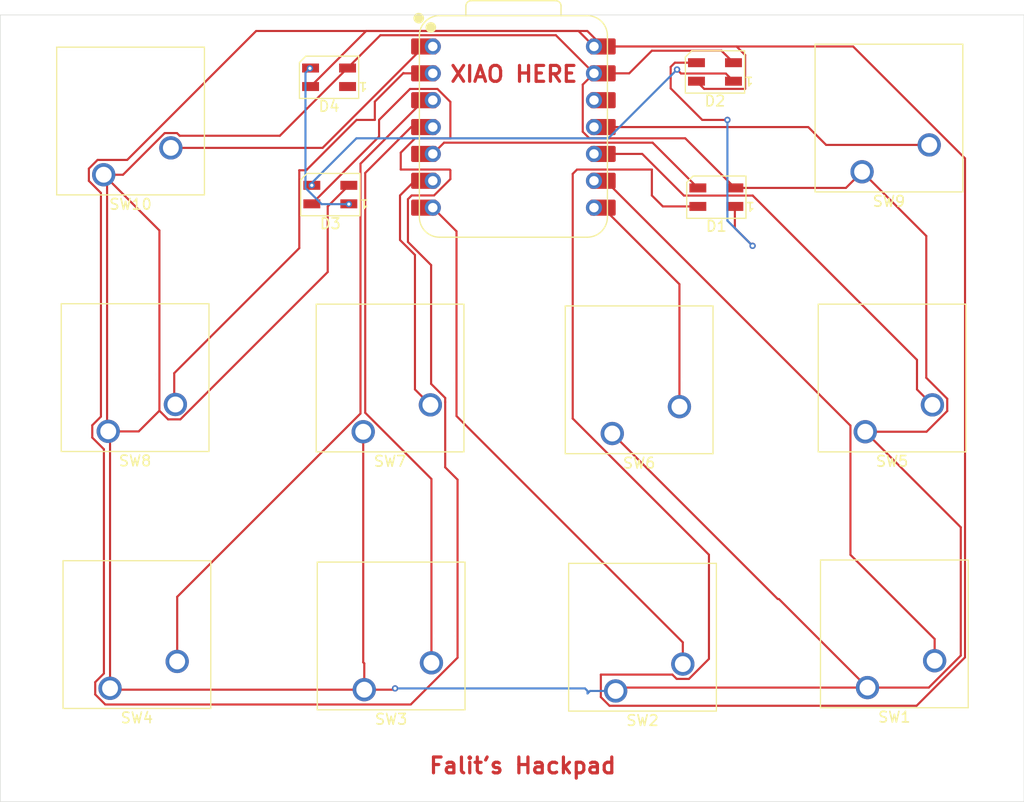
<source format=kicad_pcb>
(kicad_pcb (version 20241229) (generator "pcbnew") (generator_version "9.0")
  (layers (0 "F.Cu" signal) (2 "B.Cu" signal) (13 "F.Paste" user) (15 "B.Paste" user) (5 "F.SilkS" user "F.Silkscreen") (7 "B.SilkS" user "B.Silkscreen") (1 "F.Mask" user) (3 "B.Mask" user) (25 "Edge.Cuts" user))
  (net 0 "")
  (net 1 "+5V")
  (net 2 "GND")
  (net 3 "Net-(U1-GPIO1{slash}RX)")
  (net 4 "Net-(U1-GPIO2{slash}SCK)")
  (net 6 "Net-(U1-GPIO26{slash}ADC0{slash}A0)")
  (net 7 "Net-(U1-GPIO27{slash}ADC1{slash}A1)")
  (net 8 "Net-(U1-GPIO28{slash}ADC2{slash}A2)")
  (net 9 "Net-(U1-GPIO29{slash}ADC3{slash}A3)")
  (net 10 "Net-(U1-GPIO7{slash}SCL)")
  (net 11 "Net-(U1-GPIO0{slash}TX)")
  (net 12 "Net-(U1-GPIO4{slash}MISO)")
  (net 13 "Net-(U1-GPIO3{slash}MOSI)")
  (net 14 "Net-(D1-DIN)")
  (net 15 "Net-(D1-DOUT)")
  (net 16 "Net-(D2-DOUT)")
  (net 17 "Net-(D3-DOUT)")
  (footprint "HackPad OPL Library:XIAO-RP2040-DIP" (layer "F.Cu") (at 134.05 73.128686)
    (property "Reference" "U1" (hide yes))
    (property "Value" "XIAO-RP2040-DIP")
    (fp_line (start -8.89 8.509) (end -8.89 -8.636) (stroke (width 0.127)) (layer "F.SilkS"))
    (fp_line (start -6.985 10.414) (end 6.985 10.414) (stroke (width 0.127)) (layer "F.SilkS"))
    (fp_line (start -4.495 -10.541) (end -4.491272 -11.451272) (stroke (width 0.127)) (layer "F.SilkS"))
    (fp_line (start -3.991272 -11.951) (end 4.004 -11.951) (stroke (width 0.127)) (layer "F.SilkS"))
    (fp_line (start 4.504 -11.451) (end 4.504 -10.541) (stroke (width 0.127)) (layer "F.SilkS"))
    (fp_line (start 6.985 -10.541) (end -6.985 -10.541) (stroke (width 0.1)) (layer "F.SilkS"))
    (fp_line (start 6.985 -10.541) (end -6.985 -10.541) (stroke (width 0.127)) (layer "F.SilkS"))
    (fp_line (start 8.89 8.509) (end 8.89 -8.636) (stroke (width 0.127)) (layer "F.SilkS"))
    (fp_arc (start -8.89 -8.636) (mid -8.332038 -9.983038) (end -6.985 -10.541) (stroke (width 0.127)) (layer "F.SilkS"))
    (fp_arc (start -6.985 10.414) (mid -8.332038 9.856038) (end -8.89 8.509) (stroke (width 0.127)) (layer "F.SilkS"))
    (fp_arc (start -4.491272 -11.451272) (mid -4.344728 -11.80464) (end -3.991272 -11.951) (stroke (width 0.127)) (layer "F.SilkS"))
    (fp_arc (start 4.004 -11.951) (mid 4.357553 -11.804553) (end 4.504 -11.451) (stroke (width 0.127)) (layer "F.SilkS"))
    (fp_arc (start 6.985 -10.541) (mid 8.332038 -9.983038) (end 8.89 -8.636) (stroke (width 0.127)) (layer "F.SilkS"))
    (fp_arc (start 8.89 8.509) (mid 8.332038 9.856038) (end 6.985 10.414) (stroke (width 0.127)) (layer "F.SilkS"))
    (fp_circle (center -8.95 -10.3) (end -8.95 -10.554) (stroke (width 0.5)) (fill yes) (layer "F.SilkS"))
    (fp_circle (center -7.807 -9.42) (end -7.807 -9.674) (stroke (width 0.5)) (fill yes) (layer "F.SilkS"))
    (pad "1" smd roundrect (at -8.455 -7.62 180) (size 2.432 1.524) (layers "F.Cu" "F.Mask") (roundrect_rratio 0.1) (net 6 "Net-(U1-GPIO26{slash}ADC0{slash}A0)"))
    (pad "1" thru_hole circle (at -7.62 -7.62 180) (size 1.524 1.524) (drill 0.889) (layers "*.Cu" "*.Mask") (net 6 "Net-(U1-GPIO26{slash}ADC0{slash}A0)"))
    (pad "2" smd roundrect (at -8.455 -5.08 180) (size 2.432 1.524) (layers "F.Cu" "F.Mask") (roundrect_rratio 0.1) (net 7 "Net-(U1-GPIO27{slash}ADC1{slash}A1)"))
    (pad "2" thru_hole circle (at -7.62 -5.08 180) (size 1.524 1.524) (drill 0.889) (layers "*.Cu" "*.Mask") (net 7 "Net-(U1-GPIO27{slash}ADC1{slash}A1)"))
    (pad "3" smd roundrect (at -8.455 -2.54 180) (size 2.432 1.524) (layers "F.Cu" "F.Mask") (roundrect_rratio 0.1) (net 8 "Net-(U1-GPIO28{slash}ADC2{slash}A2)"))
    (pad "3" thru_hole circle (at -7.62 -2.54 180) (size 1.524 1.524) (drill 0.889) (layers "*.Cu" "*.Mask") (net 8 "Net-(U1-GPIO28{slash}ADC2{slash}A2)"))
    (pad "4" smd roundrect (at -8.455 0 180) (size 2.432 1.524) (layers "F.Cu" "F.Mask") (roundrect_rratio 0.1) (net 9 "Net-(U1-GPIO29{slash}ADC3{slash}A3)"))
    (pad "4" thru_hole circle (at -7.62 0 180) (size 1.524 1.524) (drill 0.889) (layers "*.Cu" "*.Mask") (net 9 "Net-(U1-GPIO29{slash}ADC3{slash}A3)"))
    (pad "5" smd roundrect (at -8.455 2.54 180) (size 2.432 1.524) (layers "F.Cu" "F.Mask") (roundrect_rratio 0.1) (net 14 "Net-(D1-DIN)"))
    (pad "5" thru_hole circle (at -7.62 2.54 180) (size 1.524 1.524) (drill 0.889) (layers "*.Cu" "*.Mask") (net 14 "Net-(D1-DIN)"))
    (pad "6" smd roundrect (at -8.455 5.08 180) (size 2.432 1.524) (layers "F.Cu" "F.Mask") (roundrect_rratio 0.1) (net 10 "Net-(U1-GPIO7{slash}SCL)"))
    (pad "6" thru_hole circle (at -7.62 5.08 180) (size 1.524 1.524) (drill 0.889) (layers "*.Cu" "*.Mask") (net 10 "Net-(U1-GPIO7{slash}SCL)"))
    (pad "7" smd roundrect (at -8.455 7.62 180) (size 2.432 1.524) (layers "F.Cu" "F.Mask") (roundrect_rratio 0.1) (net 11 "Net-(U1-GPIO0{slash}TX)"))
    (pad "7" thru_hole circle (at -7.62 7.62 180) (size 1.524 1.524) (drill 0.889) (layers "*.Cu" "*.Mask") (net 11 "Net-(U1-GPIO0{slash}TX)"))
    (pad "8" thru_hole circle (at 7.62 7.62) (size 1.524 1.524) (drill 0.889) (layers "*.Cu" "*.Mask") (net 3 "Net-(U1-GPIO1{slash}RX)"))
    (pad "8" smd roundrect (at 8.455 7.62) (size 2.432 1.524) (layers "F.Cu" "F.Mask") (roundrect_rratio 0.1) (net 3 "Net-(U1-GPIO1{slash}RX)"))
    (pad "9" thru_hole circle (at 7.62 5.08) (size 1.524 1.524) (drill 0.889) (layers "*.Cu" "*.Mask") (net 4 "Net-(U1-GPIO2{slash}SCK)"))
    (pad "9" smd roundrect (at 8.455 5.08) (size 2.432 1.524) (layers "F.Cu" "F.Mask") (roundrect_rratio 0.1) (net 4 "Net-(U1-GPIO2{slash}SCK)"))
    (pad "10" thru_hole circle (at 7.62 2.54) (size 1.524 1.524) (drill 0.889) (layers "*.Cu" "*.Mask") (net 12 "Net-(U1-GPIO4{slash}MISO)"))
    (pad "10" smd roundrect (at 8.455 2.54) (size 2.432 1.524) (layers "F.Cu" "F.Mask") (roundrect_rratio 0.1) (net 12 "Net-(U1-GPIO4{slash}MISO)"))
    (pad "11" thru_hole circle (at 7.62 0) (size 1.524 1.524) (drill 0.889) (layers "*.Cu" "*.Mask") (net 13 "Net-(U1-GPIO3{slash}MOSI)"))
    (pad "11" smd roundrect (at 8.455 0) (size 2.432 1.524) (layers "F.Cu" "F.Mask") (roundrect_rratio 0.1) (net 13 "Net-(U1-GPIO3{slash}MOSI)"))
    (pad "12" thru_hole circle (at 7.62 -2.54) (size 1.524 1.524) (drill 0.889) (layers "*.Cu" "*.Mask"))
    (pad "12" smd roundrect (at 8.455 -2.54) (size 2.432 1.524) (layers "F.Cu" "F.Mask") (roundrect_rratio 0.1))
    (pad "13" thru_hole circle (at 7.62 -5.08) (size 1.524 1.524) (drill 0.889) (layers "*.Cu" "*.Mask") (net 2 "GND"))
    (pad "13" smd roundrect (at 8.455 -5.08) (size 2.432 1.524) (layers "F.Cu" "F.Mask") (roundrect_rratio 0.1) (net 2 "GND"))
    (pad "14" thru_hole circle (at 7.62 -7.62) (size 1.524 1.524) (drill 0.889) (layers "*.Cu" "*.Mask") (net 1 "+5V"))
    (pad "14" smd roundrect (at 8.455 -7.62) (size 2.432 1.524) (layers "F.Cu" "F.Mask") (roundrect_rratio 0.1) (net 1 "+5V"))
  )
  (footprint "Button_Switch_Keyboard:SW_Cherry_MX_1.00u_PCB" (layer "F.Cu") (at 167.32 101.937186 180)
    (property "Reference" "SW5" (at -2.54 -2.794 0) (layer "F.SilkS"))
    (property "Value" "SW_Push")
    (fp_line (start 4.445 12.065) (end -9.525 12.065) (stroke (width 0.12)) (layer "F.SilkS"))
    (fp_line (start 4.445 -1.905) (end 4.445 12.065) (stroke (width 0.12)) (layer "F.SilkS"))
    (fp_line (start -9.525 12.065) (end -9.525 -1.905) (stroke (width 0.12)) (layer "F.SilkS"))
    (fp_line (start -9.525 -1.905) (end 4.445 -1.905) (stroke (width 0.12)) (layer "F.SilkS"))
    (pad "" np_thru_hole circle (at -7.62 5.08 180) (size 1.7 1.7) (drill 1.7) (layers "*.Cu" "*.Mask"))
    (pad "" np_thru_hole circle (at -2.54 5.08 180) (size 4 4) (drill 4) (layers "*.Cu" "*.Mask"))
    (pad "" np_thru_hole circle (at 2.54 5.08 180) (size 1.7 1.7) (drill 1.7) (layers "*.Cu" "*.Mask"))
    (pad "1" thru_hole circle (at 0 0 180) (size 2.2 2.2) (drill 1.5) (layers "*.Cu" "*.Mask") (net 2 "GND"))
    (pad "2" thru_hole circle (at -6.35 2.54 180) (size 2.2 2.2) (drill 1.5) (layers "*.Cu" "*.Mask") (net 12 "Net-(U1-GPIO4{slash}MISO)"))
  )
  (footprint "Button_Switch_Keyboard:SW_Cherry_MX_1.00u_PCB" (layer "F.Cu") (at 167.02 77.357186 180)
    (property "Reference" "SW9" (at -2.54 -2.794 0) (layer "F.SilkS"))
    (property "Value" "SW_Push")
    (fp_line (start 4.445 12.065) (end -9.525 12.065) (stroke (width 0.12)) (layer "F.SilkS"))
    (fp_line (start 4.445 -1.905) (end 4.445 12.065) (stroke (width 0.12)) (layer "F.SilkS"))
    (fp_line (start -9.525 12.065) (end -9.525 -1.905) (stroke (width 0.12)) (layer "F.SilkS"))
    (fp_line (start -9.525 -1.905) (end 4.445 -1.905) (stroke (width 0.12)) (layer "F.SilkS"))
    (pad "" np_thru_hole circle (at -7.62 5.08 180) (size 1.7 1.7) (drill 1.7) (layers "*.Cu" "*.Mask"))
    (pad "" np_thru_hole circle (at -2.54 5.08 180) (size 4 4) (drill 4) (layers "*.Cu" "*.Mask"))
    (pad "" np_thru_hole circle (at 2.54 5.08 180) (size 1.7 1.7) (drill 1.7) (layers "*.Cu" "*.Mask"))
    (pad "1" thru_hole circle (at 0 0 180) (size 2.2 2.2) (drill 1.5) (layers "*.Cu" "*.Mask") (net 2 "GND"))
    (pad "2" thru_hole circle (at -6.35 2.54 180) (size 2.2 2.2) (drill 1.5) (layers "*.Cu" "*.Mask") (net 13 "Net-(U1-GPIO3{slash}MOSI)"))
  )
  (footprint "Button_Switch_Keyboard:SW_Cherry_MX_1.00u_PCB" (layer "F.Cu") (at 143.71875 126.447186 180)
    (property "Reference" "SW2" (at -2.54 -2.794 0) (layer "F.SilkS"))
    (property "Value" "SW_Push")
    (fp_line (start 4.445 12.065) (end -9.525 12.065) (stroke (width 0.12)) (layer "F.SilkS"))
    (fp_line (start 4.445 -1.905) (end 4.445 12.065) (stroke (width 0.12)) (layer "F.SilkS"))
    (fp_line (start -9.525 12.065) (end -9.525 -1.905) (stroke (width 0.12)) (layer "F.SilkS"))
    (fp_line (start -9.525 -1.905) (end 4.445 -1.905) (stroke (width 0.12)) (layer "F.SilkS"))
    (pad "" np_thru_hole circle (at -7.62 5.08 180) (size 1.7 1.7) (drill 1.7) (layers "*.Cu" "*.Mask"))
    (pad "" np_thru_hole circle (at -2.54 5.08 180) (size 4 4) (drill 4) (layers "*.Cu" "*.Mask"))
    (pad "" np_thru_hole circle (at 2.54 5.08 180) (size 1.7 1.7) (drill 1.7) (layers "*.Cu" "*.Mask"))
    (pad "1" thru_hole circle (at 0 0 180) (size 2.2 2.2) (drill 1.5) (layers "*.Cu" "*.Mask") (net 2 "GND"))
    (pad "2" thru_hole circle (at -6.35 2.54 180) (size 2.2 2.2) (drill 1.5) (layers "*.Cu" "*.Mask") (net 11 "Net-(U1-GPIO0{slash}TX)"))
  )
  (footprint "LED_SMD:LED_SK6812MINI_PLCC4_3.5x3.5mm_P1.75mm" (layer "F.Cu") (at 116.62 68.422186 180)
    (property "Reference" "D4" (at 0 -2.75 0) (layer "F.SilkS"))
    (property "Value" "SK6812MINI")
    (fp_line (start 2.8 1.4) (end 2.8 -2) (stroke (width 0.12)) (layer "F.SilkS"))
    (fp_line (start 2.8 1.4) (end 2.2 2) (stroke (width 0.12)) (layer "F.SilkS"))
    (fp_line (start -2.8 2) (end 2.2 2) (stroke (width 0.12)) (layer "F.SilkS"))
    (fp_line (start -2.8 -2) (end 2.8 -2) (stroke (width 0.12)) (layer "F.SilkS"))
    (fp_line (start -2.8 -2) (end -2.8 2) (stroke (width 0.12)) (layer "F.SilkS"))
    (fp_text user "1" (at -3.2 -0.875 180) (layer "F.SilkS") (effects (font (size 0.8 0.8))))
    (pad "1" smd rect (at -1.75 -0.875 180) (size 1.6 0.85) (layers "F.Cu" "F.Mask" "F.Paste"))
    (pad "2" smd rect (at -1.75 0.875 180) (size 1.6 0.85) (layers "F.Cu" "F.Mask" "F.Paste") (net 2 "GND"))
    (pad "3" smd rect (at 1.75 0.875 180) (size 1.6 0.85) (layers "F.Cu" "F.Mask" "F.Paste") (net 17 "Net-(D3-DOUT)"))
    (pad "4" smd rect (at 1.75 -0.875 180) (size 1.6 0.85) (layers "F.Cu" "F.Mask" "F.Paste") (net 1 "+5V"))
  )
  (footprint "Button_Switch_Keyboard:SW_Cherry_MX_1.00u_PCB" (layer "F.Cu") (at 95.91 126.197186 180)
    (property "Reference" "SW4" (at -2.54 -2.794 0) (layer "F.SilkS"))
    (property "Value" "SW_Push")
    (fp_line (start 4.445 12.065) (end -9.525 12.065) (stroke (width 0.12)) (layer "F.SilkS"))
    (fp_line (start 4.445 -1.905) (end 4.445 12.065) (stroke (width 0.12)) (layer "F.SilkS"))
    (fp_line (start -9.525 12.065) (end -9.525 -1.905) (stroke (width 0.12)) (layer "F.SilkS"))
    (fp_line (start -9.525 -1.905) (end 4.445 -1.905) (stroke (width 0.12)) (layer "F.SilkS"))
    (pad "" np_thru_hole circle (at -7.62 5.08 180) (size 1.7 1.7) (drill 1.7) (layers "*.Cu" "*.Mask"))
    (pad "" np_thru_hole circle (at -2.54 5.08 180) (size 4 4) (drill 4) (layers "*.Cu" "*.Mask"))
    (pad "" np_thru_hole circle (at 2.54 5.08 180) (size 1.7 1.7) (drill 1.7) (layers "*.Cu" "*.Mask"))
    (pad "1" thru_hole circle (at 0 0 180) (size 2.2 2.2) (drill 1.5) (layers "*.Cu" "*.Mask") (net 2 "GND"))
    (pad "2" thru_hole circle (at -6.35 2.54 180) (size 2.2 2.2) (drill 1.5) (layers "*.Cu" "*.Mask") (net 8 "Net-(U1-GPIO28{slash}ADC2{slash}A2)"))
  )
  (footprint "Button_Switch_Keyboard:SW_Cherry_MX_1.00u_PCB" (layer "F.Cu") (at 95.74 101.9 180)
    (property "Reference" "SW8" (at -2.54 -2.794 0) (layer "F.SilkS"))
    (property "Value" "SW_Push")
    (fp_line (start 4.445 12.065) (end -9.525 12.065) (stroke (width 0.12)) (layer "F.SilkS"))
    (fp_line (start 4.445 -1.905) (end 4.445 12.065) (stroke (width 0.12)) (layer "F.SilkS"))
    (fp_line (start -9.525 12.065) (end -9.525 -1.905) (stroke (width 0.12)) (layer "F.SilkS"))
    (fp_line (start -9.525 -1.905) (end 4.445 -1.905) (stroke (width 0.12)) (layer "F.SilkS"))
    (pad "" np_thru_hole circle (at -7.62 5.08 180) (size 1.7 1.7) (drill 1.7) (layers "*.Cu" "*.Mask"))
    (pad "" np_thru_hole circle (at -2.54 5.08 180) (size 4 4) (drill 4) (layers "*.Cu" "*.Mask"))
    (pad "" np_thru_hole circle (at 2.54 5.08 180) (size 1.7 1.7) (drill 1.7) (layers "*.Cu" "*.Mask"))
    (pad "1" thru_hole circle (at 0 0 180) (size 2.2 2.2) (drill 1.5) (layers "*.Cu" "*.Mask") (net 2 "GND"))
    (pad "2" thru_hole circle (at -6.35 2.54 180) (size 2.2 2.2) (drill 1.5) (layers "*.Cu" "*.Mask") (net 7 "Net-(U1-GPIO27{slash}ADC1{slash}A1)"))
  )
  (footprint "Button_Switch_Keyboard:SW_Cherry_MX_1.00u_PCB" (layer "F.Cu") (at 143.4 102.107186 180)
    (property "Reference" "SW6" (at -2.54 -2.794 0) (layer "F.SilkS"))
    (property "Value" "SW_Push")
    (fp_line (start 4.445 12.065) (end -9.525 12.065) (stroke (width 0.12)) (layer "F.SilkS"))
    (fp_line (start 4.445 -1.905) (end 4.445 12.065) (stroke (width 0.12)) (layer "F.SilkS"))
    (fp_line (start -9.525 12.065) (end -9.525 -1.905) (stroke (width 0.12)) (layer "F.SilkS"))
    (fp_line (start -9.525 -1.905) (end 4.445 -1.905) (stroke (width 0.12)) (layer "F.SilkS"))
    (pad "" np_thru_hole circle (at -7.62 5.08 180) (size 1.7 1.7) (drill 1.7) (layers "*.Cu" "*.Mask"))
    (pad "" np_thru_hole circle (at -2.54 5.08 180) (size 4 4) (drill 4) (layers "*.Cu" "*.Mask"))
    (pad "" np_thru_hole circle (at 2.54 5.08 180) (size 1.7 1.7) (drill 1.7) (layers "*.Cu" "*.Mask"))
    (pad "1" thru_hole circle (at 0 0 180) (size 2.2 2.2) (drill 1.5) (layers "*.Cu" "*.Mask") (net 2 "GND"))
    (pad "2" thru_hole circle (at -6.35 2.54 180) (size 2.2 2.2) (drill 1.5) (layers "*.Cu" "*.Mask") (net 3 "Net-(U1-GPIO1{slash}RX)"))
  )
  (footprint "Button_Switch_Keyboard:SW_Cherry_MX_1.00u_PCB" (layer "F.Cu") (at 95.31 77.637186 180)
    (property "Reference" "SW10" (at -2.54 -2.794 0) (layer "F.SilkS"))
    (property "Value" "SW_Push")
    (fp_line (start 4.445 12.065) (end -9.525 12.065) (stroke (width 0.12)) (layer "F.SilkS"))
    (fp_line (start 4.445 -1.905) (end 4.445 12.065) (stroke (width 0.12)) (layer "F.SilkS"))
    (fp_line (start -9.525 12.065) (end -9.525 -1.905) (stroke (width 0.12)) (layer "F.SilkS"))
    (fp_line (start -9.525 -1.905) (end 4.445 -1.905) (stroke (width 0.12)) (layer "F.SilkS"))
    (pad "" np_thru_hole circle (at -7.62 5.08 180) (size 1.7 1.7) (drill 1.7) (layers "*.Cu" "*.Mask"))
    (pad "" np_thru_hole circle (at -2.54 5.08 180) (size 4 4) (drill 4) (layers "*.Cu" "*.Mask"))
    (pad "" np_thru_hole circle (at 2.54 5.08 180) (size 1.7 1.7) (drill 1.7) (layers "*.Cu" "*.Mask"))
    (pad "1" thru_hole circle (at 0 0 180) (size 2.2 2.2) (drill 1.5) (layers "*.Cu" "*.Mask") (net 2 "GND"))
    (pad "2" thru_hole circle (at -6.35 2.54 180) (size 2.2 2.2) (drill 1.5) (layers "*.Cu" "*.Mask") (net 6 "Net-(U1-GPIO26{slash}ADC0{slash}A0)"))
  )
  (footprint "Button_Switch_Keyboard:SW_Cherry_MX_1.00u_PCB" (layer "F.Cu") (at 119.95 126.327186 180)
    (property "Reference" "SW3" (at -2.54 -2.794 0) (layer "F.SilkS"))
    (property "Value" "SW_Push")
    (fp_line (start 4.445 12.065) (end -9.525 12.065) (stroke (width 0.12)) (layer "F.SilkS"))
    (fp_line (start 4.445 -1.905) (end 4.445 12.065) (stroke (width 0.12)) (layer "F.SilkS"))
    (fp_line (start -9.525 12.065) (end -9.525 -1.905) (stroke (width 0.12)) (layer "F.SilkS"))
    (fp_line (start -9.525 -1.905) (end 4.445 -1.905) (stroke (width 0.12)) (layer "F.SilkS"))
    (pad "" np_thru_hole circle (at -7.62 5.08 180) (size 1.7 1.7) (drill 1.7) (layers "*.Cu" "*.Mask"))
    (pad "" np_thru_hole circle (at -2.54 5.08 180) (size 4 4) (drill 4) (layers "*.Cu" "*.Mask"))
    (pad "" np_thru_hole circle (at 2.54 5.08 180) (size 1.7 1.7) (drill 1.7) (layers "*.Cu" "*.Mask"))
    (pad "1" thru_hole circle (at 0 0 180) (size 2.2 2.2) (drill 1.5) (layers "*.Cu" "*.Mask") (net 2 "GND"))
    (pad "2" thru_hole circle (at -6.35 2.54 180) (size 2.2 2.2) (drill 1.5) (layers "*.Cu" "*.Mask") (net 9 "Net-(U1-GPIO29{slash}ADC3{slash}A3)"))
  )
  (footprint "Button_Switch_Keyboard:SW_Cherry_MX_1.00u_PCB" (layer "F.Cu") (at 119.85 101.937186 180)
    (property "Reference" "SW7" (at -2.54 -2.794 0) (layer "F.SilkS"))
    (property "Value" "SW_Push")
    (fp_line (start 4.445 12.065) (end -9.525 12.065) (stroke (width 0.12)) (layer "F.SilkS"))
    (fp_line (start 4.445 -1.905) (end 4.445 12.065) (stroke (width 0.12)) (layer "F.SilkS"))
    (fp_line (start -9.525 12.065) (end -9.525 -1.905) (stroke (width 0.12)) (layer "F.SilkS"))
    (fp_line (start -9.525 -1.905) (end 4.445 -1.905) (stroke (width 0.12)) (layer "F.SilkS"))
    (pad "" np_thru_hole circle (at -7.62 5.08 180) (size 1.7 1.7) (drill 1.7) (layers "*.Cu" "*.Mask"))
    (pad "" np_thru_hole circle (at -2.54 5.08 180) (size 4 4) (drill 4) (layers "*.Cu" "*.Mask"))
    (pad "" np_thru_hole circle (at 2.54 5.08 180) (size 1.7 1.7) (drill 1.7) (layers "*.Cu" "*.Mask"))
    (pad "1" thru_hole circle (at 0 0 180) (size 2.2 2.2) (drill 1.5) (layers "*.Cu" "*.Mask") (net 2 "GND"))
    (pad "2" thru_hole circle (at -6.35 2.54 180) (size 2.2 2.2) (drill 1.5) (layers "*.Cu" "*.Mask") (net 10 "Net-(U1-GPIO7{slash}SCL)"))
  )
  (footprint "Button_Switch_Keyboard:SW_Cherry_MX_1.00u_PCB" (layer "F.Cu") (at 167.53125 126.129686 180)
    (property "Reference" "SW1" (at -2.54 -2.794 0) (layer "F.SilkS"))
    (property "Value" "SW_Push")
    (fp_line (start 4.445 12.065) (end -9.525 12.065) (stroke (width 0.12)) (layer "F.SilkS"))
    (fp_line (start 4.445 -1.905) (end 4.445 12.065) (stroke (width 0.12)) (layer "F.SilkS"))
    (fp_line (start -9.525 12.065) (end -9.525 -1.905) (stroke (width 0.12)) (layer "F.SilkS"))
    (fp_line (start -9.525 -1.905) (end 4.445 -1.905) (stroke (width 0.12)) (layer "F.SilkS"))
    (pad "" np_thru_hole circle (at -7.62 5.08 180) (size 1.7 1.7) (drill 1.7) (layers "*.Cu" "*.Mask"))
    (pad "" np_thru_hole circle (at -2.54 5.08 180) (size 4 4) (drill 4) (layers "*.Cu" "*.Mask"))
    (pad "" np_thru_hole circle (at 2.54 5.08 180) (size 1.7 1.7) (drill 1.7) (layers "*.Cu" "*.Mask"))
    (pad "1" thru_hole circle (at 0 0 180) (size 2.2 2.2) (drill 1.5) (layers "*.Cu" "*.Mask") (net 2 "GND"))
    (pad "2" thru_hole circle (at -6.35 2.54 180) (size 2.2 2.2) (drill 1.5) (layers "*.Cu" "*.Mask") (net 4 "Net-(U1-GPIO2{slash}SCK)"))
  )
  (footprint "LED_SMD:LED_SK6812MINI_PLCC4_3.5x3.5mm_P1.75mm" (layer "F.Cu") (at 153.11 67.917186 180)
    (property "Reference" "D2" (at 0 -2.75 0) (layer "F.SilkS"))
    (property "Value" "SK6812MINI")
    (fp_line (start 2.8 1.4) (end 2.8 -2) (stroke (width 0.12)) (layer "F.SilkS"))
    (fp_line (start 2.8 1.4) (end 2.2 2) (stroke (width 0.12)) (layer "F.SilkS"))
    (fp_line (start -2.8 2) (end 2.2 2) (stroke (width 0.12)) (layer "F.SilkS"))
    (fp_line (start -2.8 -2) (end 2.8 -2) (stroke (width 0.12)) (layer "F.SilkS"))
    (fp_line (start -2.8 -2) (end -2.8 2) (stroke (width 0.12)) (layer "F.SilkS"))
    (fp_text user "1" (at -3.2 -0.875 180) (layer "F.SilkS") (effects (font (size 0.8 0.8))))
    (pad "1" smd rect (at -1.75 -0.875 180) (size 1.6 0.85) (layers "F.Cu" "F.Mask" "F.Paste") (net 16 "Net-(D2-DOUT)"))
    (pad "2" smd rect (at -1.75 0.875 180) (size 1.6 0.85) (layers "F.Cu" "F.Mask" "F.Paste") (net 2 "GND"))
    (pad "3" smd rect (at 1.75 0.875 180) (size 1.6 0.85) (layers "F.Cu" "F.Mask" "F.Paste") (net 15 "Net-(D1-DOUT)"))
    (pad "4" smd rect (at 1.75 -0.875 180) (size 1.6 0.85) (layers "F.Cu" "F.Mask" "F.Paste") (net 1 "+5V"))
  )
  (footprint "LED_SMD:LED_SK6812MINI_PLCC4_3.5x3.5mm_P1.75mm" (layer "F.Cu") (at 153.24 79.757186 180)
    (property "Reference" "D1" (at 0 -2.75 0) (layer "F.SilkS"))
    (property "Value" "SK6812MINI")
    (fp_line (start 2.8 1.4) (end 2.8 -2) (stroke (width 0.12)) (layer "F.SilkS"))
    (fp_line (start 2.8 1.4) (end 2.2 2) (stroke (width 0.12)) (layer "F.SilkS"))
    (fp_line (start -2.8 2) (end 2.2 2) (stroke (width 0.12)) (layer "F.SilkS"))
    (fp_line (start -2.8 -2) (end 2.8 -2) (stroke (width 0.12)) (layer "F.SilkS"))
    (fp_line (start -2.8 -2) (end -2.8 2) (stroke (width 0.12)) (layer "F.SilkS"))
    (fp_text user "1" (at -3.2 -0.875 180) (layer "F.SilkS") (effects (font (size 0.8 0.8))))
    (pad "1" smd rect (at -1.75 -0.875 180) (size 1.6 0.85) (layers "F.Cu" "F.Mask" "F.Paste") (net 15 "Net-(D1-DOUT)"))
    (pad "2" smd rect (at -1.75 0.875 180) (size 1.6 0.85) (layers "F.Cu" "F.Mask" "F.Paste") (net 2 "GND"))
    (pad "3" smd rect (at 1.75 0.875 180) (size 1.6 0.85) (layers "F.Cu" "F.Mask" "F.Paste") (net 14 "Net-(D1-DIN)"))
    (pad "4" smd rect (at 1.75 -0.875 180) (size 1.6 0.85) (layers "F.Cu" "F.Mask" "F.Paste") (net 1 "+5V"))
  )
  (footprint "LED_SMD:LED_SK6812MINI_PLCC4_3.5x3.5mm_P1.75mm" (layer "F.Cu") (at 116.74 79.512186 180)
    (property "Reference" "D3" (at 0 -2.75 0) (layer "F.SilkS"))
    (property "Value" "SK6812MINI")
    (fp_line (start 2.8 1.4) (end 2.8 -2) (stroke (width 0.12)) (layer "F.SilkS"))
    (fp_line (start 2.8 1.4) (end 2.2 2) (stroke (width 0.12)) (layer "F.SilkS"))
    (fp_line (start -2.8 2) (end 2.2 2) (stroke (width 0.12)) (layer "F.SilkS"))
    (fp_line (start -2.8 -2) (end 2.8 -2) (stroke (width 0.12)) (layer "F.SilkS"))
    (fp_line (start -2.8 -2) (end -2.8 2) (stroke (width 0.12)) (layer "F.SilkS"))
    (fp_text user "1" (at -3.2 -0.875 180) (layer "F.SilkS") (effects (font (size 0.8 0.8))))
    (pad "1" smd rect (at -1.75 -0.875 180) (size 1.6 0.85) (layers "F.Cu" "F.Mask" "F.Paste") (net 17 "Net-(D3-DOUT)"))
    (pad "2" smd rect (at -1.75 0.875 180) (size 1.6 0.85) (layers "F.Cu" "F.Mask" "F.Paste") (net 2 "GND"))
    (pad "3" smd rect (at 1.75 0.875 180) (size 1.6 0.85) (layers "F.Cu" "F.Mask" "F.Paste") (net 16 "Net-(D2-DOUT)"))
    (pad "4" smd rect (at 1.75 -0.875 180) (size 1.6 0.85) (layers "F.Cu" "F.Mask" "F.Paste") (net 1 "+5V"))
  )
  (gr_rect (start 85.53 62.527186) (end 182.33 136.908436) (stroke (width 0.05)) (fill no) (layer "Edge.Cuts"))
  (gr_text "XIAO HERE" (at 127.93 69 0) (layer "F.Cu") (effects (font (size 1.5 1.5) (thickness 0.3) (bold yes)) (justify left bottom)))
  (gr_text "Falit's Hackpad" (at 125.94 134.39 0) (layer "F.Cu") (effects (font (size 1.5 1.5) (thickness 0.3) (bold yes)) (justify left bottom)))
  (segment (start 97.531686 76.236186) (end 94.729686 76.236186) (width 0.2) (layer "F.Cu") (net 1))
  (segment (start 149.488436 125.308186) (end 150.649064 125.308186) (width 0.2) (layer "F.Cu") (net 1))
  (segment (start 152.086 69.518186) (end 151.36 68.792186) (width 0.2) (layer "F.Cu") (net 1))
  (segment (start 94.509 125.616872) (end 94.509 126.7775) (width 0.2) (layer "F.Cu") (net 1))
  (segment (start 93.909 78.2175) (end 95.049686 79.358186) (width 0.2) (layer "F.Cu") (net 1))
  (segment (start 142.31775 127.0275) (end 142.31775 124.900686) (width 0.2) (layer "F.Cu") (net 1))
  (segment (start 128.771 106.469436) (end 127.601 105.299436) (width 0.2) (layer "F.Cu") (net 1))
  (segment (start 149.080936 124.900686) (end 149.488436 125.308186) (width 0.2) (layer "F.Cu") (net 1))
  (segment (start 95.329686 103.588186) (end 95.329686 124.796186) (width 0.2) (layer "F.Cu") (net 1))
  (segment (start 94.229 101.326872) (end 94.229 102.4875) (width 0.2) (layer "F.Cu") (net 1))
  (segment (start 124.078 79.94706) (end 124.429124 79.595936) (width 0.2) (layer "F.Cu") (net 1))
  (segment (start 166.17303 65.508686) (end 176.75325 76.088906) (width 0.2) (layer "F.Cu") (net 1))
  (segment (start 121.3485 74.028686) (end 114.99 80.387186) (width 0.2) (layer "F.Cu") (net 1))
  (segment (start 94.229 102.4875) (end 95.329686 103.588186) (width 0.2) (layer "F.Cu") (net 1))
  (segment (start 155.961 66.316186) (end 155.961 69.518186) (width 0.2) (layer "F.Cu") (net 1))
  (segment (start 128.09125 74.204686) (end 128.09125 70.746626) (width 0.2) (layer "F.Cu") (net 1))
  (segment (start 94.729686 76.236186) (end 93.909 77.056872) (width 0.2) (layer "F.Cu") (net 1))
  (segment (start 176.75325 76.088906) (end 176.75325 123.2661) (width 0.2) (layer "F.Cu") (net 1))
  (segment (start 127.601 105.299436) (end 127.601 99.136186) (width 0.2) (layer "F.Cu") (net 1))
  (segment (start 141.67 65.508686) (end 166.17303 65.508686) (width 0.2) (layer "F.Cu") (net 1))
  (segment (start 123.39775 75.54731) (end 124.740374 74.204686) (width 0.2) (layer "F.Cu") (net 1))
  (segment (start 124.429124 79.595936) (end 126.54606 79.595936) (width 0.2) (layer "F.Cu") (net 1))
  (segment (start 142.505 65.508686) (end 141.041 64.044686) (width 0.2) (layer "F.Cu") (net 1))
  (segment (start 150.649064 125.308186) (end 152.53975 123.4175) (width 0.2) (layer "F.Cu") (net 1))
  (segment (start 126.269 97.41137) (end 126.269 86.180686) (width 0.2) (layer "F.Cu") (net 1))
  (segment (start 152.53975 123.4175) (end 152.53975 113.569436) (width 0.2) (layer "F.Cu") (net 1))
  (segment (start 141.67 65.508686) (end 140.206 64.044686) (width 0.2) (layer "F.Cu") (net 1))
  (segment (start 124.078 83.989686) (end 124.078 79.94706) (width 0.2) (layer "F.Cu") (net 1))
  (segment (start 141.67 65.508686) (end 155.1535 65.508686) (width 0.2) (layer "F.Cu") (net 1))
  (segment (start 128.02225 77.145686) (end 123.39775 77.145686) (width 0.2) (layer "F.Cu") (net 1))
  (segment (start 142.31775 124.900686) (end 149.080936 124.900686) (width 0.2) (layer "F.Cu") (net 1))
  (segment (start 95.049686 79.358186) (end 95.049686 100.506186) (width 0.2) (layer "F.Cu") (net 1))
  (segment (start 120.1225 64.044686) (end 114.87 69.297186) (width 0.2) (layer "F.Cu") (net 1))
  (segment (start 123.39775 77.145686) (end 123.39775 75.54731) (width 0.2) (layer "F.Cu") (net 1))
  (segment (start 124.340314 127.728186) (end 128.771 123.2975) (width 0.2) (layer "F.Cu") (net 1))
  (segment (start 139.659 77.553186) (end 140.0665 77.145686) (width 0.2) (layer "F.Cu") (net 1))
  (segment (start 147.14125 79.595936) (end 147.14125 77.145686) (width 0.2) (layer "F.Cu") (net 1))
  (segment (start 139.659 100.688686) (end 139.659 77.553186) (width 0.2) (layer "F.Cu") (net 1))
  (segment (start 148.1775 80.632186) (end 147.14125 79.595936) (width 0.2) (layer "F.Cu") (net 1))
  (segment (start 151.49 80.632186) (end 148.1775 80.632186) (width 0.2) (layer "F.Cu") (net 1))
  (segment (start 176.75325 123.2661) (end 172.171164 127.848186) (width 0.2) (layer "F.Cu") (net 1))
  (segment (start 143.138436 127.848186) (end 142.31775 127.0275) (width 0.2) (layer "F.Cu") (net 1))
  (segment (start 128.09125 78.050746) (end 128.09125 77.214686) (width 0.2) (layer "F.Cu") (net 1))
  (segment (start 95.329686 124.796186) (end 94.509 125.616872) (width 0.2) (layer "F.Cu") (net 1))
  (segment (start 109.723186 64.044686) (end 97.531686 76.236186) (width 0.2) (layer "F.Cu") (net 1))
  (segment (start 128.771 123.2975) (end 128.771 106.469436) (width 0.2) (layer "F.Cu") (net 1))
  (segment (start 140.206 64.044686) (end 120.1225 64.044686) (width 0.2) (layer "F.Cu") (net 1))
  (segment (start 94.509 126.7775) (end 95.459686 127.728186) (width 0.2) (layer "F.Cu") (net 1))
  (segment (start 95.049686 100.506186) (end 94.229 101.326872) (width 0.2) (layer "F.Cu") (net 1))
  (segment (start 155.961 69.518186) (end 152.086 69.518186) (width 0.2) (layer "F.Cu") (net 1))
  (segment (start 126.269 86.180686) (end 124.078 83.989686) (width 0.2) (layer "F.Cu") (net 1))
  (segment (start 124.275 69.525686) (end 121.3485 72.452186) (width 0.2) (layer "F.Cu") (net 1))
  (segment (start 127.601 99.136186) (end 127.601 98.74337) (width 0.2) (layer "F.Cu") (net 1))
  (segment (start 128.09125 70.746626) (end 126.87031 69.525686) (width 0.2) (layer "F.Cu") (net 1))
  (segment (start 126.54606 79.595936) (end 128.09125 78.050746) (width 0.2) (layer "F.Cu") (net 1))
  (segment (start 127.601 98.74337) (end 126.269 97.41137) (width 0.2) (layer "F.Cu") (net 1))
  (segment (start 124.740374 74.204686) (end 128.09125 74.204686) (width 0.2) (layer "F.Cu") (net 1))
  (segment (start 128.09125 77.214686) (end 128.02225 77.145686) (width 0.2) (layer "F.Cu") (net 1))
  (segment (start 152.53975 113.569436) (end 139.659 100.688686) (width 0.2) (layer "F.Cu") (net 1))
  (segment (start 140.0665 77.145686) (end 147.14125 77.145686) (width 0.2) (layer "F.Cu") (net 1))
  (segment (start 141.041 64.044686) (end 109.723186 64.044686) (width 0.2) (layer "F.Cu") (net 1))
  (segment (start 93.909 77.056872) (end 93.909 78.2175) (width 0.2) (layer "F.Cu") (net 1))
  (segment (start 126.87031 69.525686) (end 124.275 69.525686) (width 0.2) (layer "F.Cu") (net 1))
  (segment (start 95.459686 127.728186) (end 124.340314 127.728186) (width 0.2) (layer "F.Cu") (net 1))
  (segment (start 172.171164 127.848186) (end 143.138436 127.848186) (width 0.2) (layer "F.Cu") (net 1))
  (segment (start 121.3485 72.452186) (end 121.3485 74.028686) (width 0.2) (layer "F.Cu") (net 1))
  (segment (start 155.1535 65.508686) (end 155.961 66.316186) (width 0.2) (layer "F.Cu") (net 1))
  (segment (start 119.95 123.842186) (end 119.95 126.327186) (width 0.2) (layer "F.Cu") (net 2))
  (segment (start 102.560314 100.768186) (end 101.399686 100.768186) (width 0.2) (layer "F.Cu") (net 2))
  (segment (start 159.15625 117.754686) (end 167.53125 126.129686) (width 0.2) (layer "F.Cu") (net 2))
  (segment (start 143.71875 126.447186) (end 143.1525 126.447186) (width 0.2) (layer "F.Cu") (net 2))
  (segment (start 119.95 126.327186) (end 122.74 126.327186) (width 0.2) (layer "F.Cu") (net 2))
  (segment (start 143.4 102.107186) (end 159.0475 117.754686) (width 0.2) (layer "F.Cu") (net 2))
  (segment (start 140.607 73.568996) (end 140.607 69.111686) (width 0.2) (layer "F.Cu") (net 2))
  (segment (start 150.2995 74.191686) (end 154.99 78.882186) (width 0.2) (layer "F.Cu") (net 2))
  (segment (start 122.74 126.327186) (end 122.86 126.207186) (width 0.2) (layer "F.Cu") (net 2))
  (segment (start 140.607 73.568996) (end 141.22969 74.191686) (width 0.2) (layer "F.Cu") (net 2))
  (segment (start 95.91 102.187186) (end 95.63 101.907186) (width 0.2) (layer "F.Cu") (net 2))
  (segment (start 154.99 78.882186) (end 165.495 78.882186) (width 0.2) (layer "F.Cu") (net 2))
  (segment (start 102.240314 73.696186) (end 102.495064 73.950936) (width 0.2) (layer "F.Cu") (net 2))
  (segment (start 145.00225 68.048686) (end 142.505 68.048686) (width 0.2) (layer "F.Cu") (net 2))
  (segment (start 143.1525 126.447186) (end 143.0325 126.327186) (width 0.2) (layer "F.Cu") (net 2))
  (segment (start 138.067 64.445686) (end 141.67 68.048686) (width 0.2) (layer "F.Cu") (net 2))
  (segment (start 116.492 80.635186) (end 116.492 86.8365) (width 0.2) (layer "F.Cu") (net 2))
  (segment (start 154.86 67.042186) (end 153.7275 65.909686) (width 0.2) (layer "F.Cu") (net 2))
  (segment (start 173.322564 126.129686) (end 167.53125 126.129686) (width 0.2) (layer "F.Cu") (net 2))
  (segment (start 144.03625 126.129686) (end 143.71875 126.447186) (width 0.2) (layer "F.Cu") (net 2))
  (segment (start 111.96625 73.950936) (end 118.37 67.547186) (width 0.2) (layer "F.Cu") (net 2))
  (segment (start 119.95 126.327186) (end 119.95 126.247186) (width 0.2) (layer "F.Cu") (net 2))
  (segment (start 175.071 98.816872) (end 175.071 99.9775) (width 0.2) (layer "F.Cu") (net 2))
  (segment (start 173.089686 83.426872) (end 173.089686 96.835558) (width 0.2) (layer "F.Cu") (net 2))
  (segment (start 119.85 123.742186) (end 119.95 123.842186) (width 0.2) (layer "F.Cu") (net 2))
  (segment (start 173.089686 96.835558) (end 175.071 98.816872) (width 0.2) (layer "F.Cu") (net 2))
  (segment (start 176.35225 110.969436) (end 176.35225 123.1) (width 0.2) (layer "F.Cu") (net 2))
  (segment (start 102.495064 73.950936) (end 111.96625 73.950936) (width 0.2) (layer "F.Cu") (net 2))
  (segment (start 96.04 126.327186) (end 95.91 126.197186) (width 0.2) (layer "F.Cu") (net 2))
  (segment (start 175.071 99.9775) (end 173.111314 101.937186) (width 0.2) (layer "F.Cu") (net 2))
  (segment (start 98.619314 101.907186) (end 100.579 99.9475) (width 0.2) (layer "F.Cu") (net 2))
  (segment (start 121.4715 64.445686) (end 138.067 64.445686) (width 0.2) (layer "F.Cu") (net 2))
  (segment (start 140.607 69.111686) (end 141.67 68.048686) (width 0.2) (layer "F.Cu") (net 2))
  (segment (start 153.7275 65.909686) (end 147.14125 65.909686) (width 0.2) (layer "F.Cu") (net 2))
  (segment (start 119.95 126.327186) (end 96.04 126.327186) (width 0.2) (layer "F.Cu") (net 2))
  (segment (start 165.495 78.882186) (end 167.02 77.357186) (width 0.2) (layer "F.Cu") (net 2))
  (segment (start 159.0475 117.754686) (end 159.15625 117.754686) (width 0.2) (layer "F.Cu") (net 2))
  (segment (start 141.22969 74.191686) (end 150.2995 74.191686) (width 0.2) (layer "F.Cu") (net 2))
  (segment (start 116.492 86.8365) (end 102.560314 100.768186) (width 0.2) (layer "F.Cu") (net 2))
  (segment (start 95.63 77.957186) (end 95.31 77.637186) (width 0.2) (layer "F.Cu") (net 2))
  (segment (start 95.63 101.907186) (end 95.63 77.957186) (width 0.2) (layer "F.Cu") (net 2))
  (segment (start 147.14125 65.909686) (end 145.00225 68.048686) (width 0.2) (layer "F.Cu") (net 2))
  (segment (start 167.02 77.357186) (end 173.089686 83.426872) (width 0.2) (layer "F.Cu") (net 2))
  (segment (start 176.35225 123.1) (end 173.322564 126.129686) (width 0.2) (layer "F.Cu") (net 2))
  (segment (start 173.111314 101.937186) (end 167.32 101.937186) (width 0.2) (layer "F.Cu") (net 2))
  (segment (start 101.399686 100.768186) (end 100.579 99.9475) (width 0.2) (layer "F.Cu") (net 2))
  (segment (start 95.63 101.907186) (end 98.619314 101.907186) (width 0.2) (layer "F.Cu") (net 2))
  (segment (start 167.32 101.937186) (end 176.35225 110.969436) (width 0.2) (layer "F.Cu") (net 2))
  (segment (start 100.579 99.9475) (end 100.579 82.906186) (width 0.2) (layer "F.Cu") (net 2))
  (segment (start 101.079686 73.696186) (end 102.240314 73.696186) (width 0.2) (layer "F.Cu") (net 2))
  (segment (start 118.37 67.547186) (end 121.4715 64.445686) (width 0.2) (layer "F.Cu") (net 2))
  (segment (start 100.579 82.906186) (end 95.31 77.637186) (width 0.2) (layer "F.Cu") (net 2))
  (segment (start 97.138686 77.637186) (end 101.079686 73.696186) (width 0.2) (layer "F.Cu") (net 2))
  (segment (start 95.31 77.637186) (end 97.138686 77.637186) (width 0.2) (layer "F.Cu") (net 2))
  (segment (start 118.49 78.637186) (end 116.492 80.635186) (width 0.2) (layer "F.Cu") (net 2))
  (segment (start 167.53125 126.129686) (end 144.03625 126.129686) (width 0.2) (layer "F.Cu") (net 2))
  (segment (start 95.91 126.197186) (end 95.91 102.187186) (width 0.2) (layer "F.Cu") (net 2))
  (segment (start 119.85 101.937186) (end 119.85 123.742186) (width 0.2) (layer "F.Cu") (net 2))
  (via (at 122.86 126.207186) (size 0.6) (drill 0.3) (layers "F.Cu" "B.Cu") (net 2))
  (segment (start 141.3 126.447186) (end 143.71875 126.447186) (width 0.2) (layer "B.Cu") (net 2))
  (segment (start 122.86 126.207186) (end 140.82 126.207186) (width 0.2) (layer "B.Cu") (net 2))
  (segment (start 141.06 126.687186) (end 141.3 126.447186) (width 0.2) (layer "B.Cu") (net 2))
  (segment (start 140.82 126.207186) (end 141.06 126.447186) (width 0.2) (layer "B.Cu") (net 2))
  (segment (start 141.06 126.447186) (end 141.06 126.687186) (width 0.2) (layer "B.Cu") (net 2))
  (segment (start 142.505 80.748686) (end 149.75 87.993686) (width 0.2) (layer "F.Cu") (net 3))
  (segment (start 149.75 87.993686) (end 149.75 99.567186) (width 0.2) (layer "F.Cu") (net 3))
  (segment (start 165.919 101.356872) (end 165.919 113.57262) (width 0.2) (layer "F.Cu") (net 4))
  (segment (start 165.919 113.57262) (end 173.88125 121.53487) (width 0.2) (layer "F.Cu") (net 4))
  (segment (start 141.67 78.208686) (end 142.770814 78.208686) (width 0.2) (layer "F.Cu") (net 4))
  (segment (start 142.770814 78.208686) (end 165.919 101.356872) (width 0.2) (layer "F.Cu") (net 4))
  (segment (start 173.88125 121.53487) (end 173.88125 123.589686) (width 0.2) (layer "F.Cu") (net 4))
  (segment (start 125.595 66.002186) (end 125.58 66.017186) (width 0.2) (layer "F.Cu") (net 6))
  (segment (start 125.595 65.508686) (end 116.0065 75.097186) (width 0.2) (layer "F.Cu") (net 6))
  (segment (start 116.0065 75.097186) (end 101.66 75.097186) (width 0.2) (layer "F.Cu") (net 6))
  (segment (start 125.595 65.508686) (end 125.595 66.002186) (width 0.2) (layer "F.Cu") (net 6))
  (segment (start 120.9475 72.452186) (end 120.9475 70.723286) (width 0.2) (layer "F.Cu") (net 7))
  (segment (start 101.98 96.398716) (end 113.80375 84.574966) (width 0.2) (layer "F.Cu") (net 7))
  (segment (start 113.80375 84.574966) (end 113.80375 77.214686) (width 0.2) (layer "F.Cu") (net 7))
  (segment (start 123.654925 68.015861) (end 123.68775 68.048686) (width 0.2) (layer "F.Cu") (net 7))
  (segment (start 119.2186 72.452186) (end 120.9475 72.452186) (width 0.2) (layer "F.Cu") (net 7))
  (segment (start 113.80375 77.214686) (end 114.4561 77.214686) (width 0.2) (layer "F.Cu") (net 7))
  (segment (start 114.4561 77.214686) (end 119.2186 72.452186) (width 0.2) (layer "F.Cu") (net 7))
  (segment (start 123.68775 68.048686) (end 125.595 68.048686) (width 0.2) (layer "F.Cu") (net 7))
  (segment (start 101.98 99.367186) (end 101.98 96.398716) (width 0.2) (layer "F.Cu") (net 7))
  (segment (start 120.9475 70.723286) (end 123.654925 68.015861) (width 0.2) (layer "F.Cu") (net 7))
  (segment (start 102.26 117.545872) (end 102.26 123.657186) (width 0.2) (layer "F.Cu") (net 8))
  (segment (start 119.591 100.214872) (end 102.26 117.545872) (width 0.2) (layer "F.Cu") (net 8))
  (segment (start 125.595 70.588686) (end 119.591 76.592686) (width 0.2) (layer "F.Cu") (net 8))
  (segment (start 119.591 76.592686) (end 119.591 100.214872) (width 0.2) (layer "F.Cu") (net 8))
  (segment (start 120.039 100.144872) (end 126.3 106.405872) (width 0.2) (layer "F.Cu") (net 9))
  (segment (start 126.3 106.405872) (end 126.3 123.787186) (width 0.2) (layer "F.Cu") (net 9))
  (segment (start 120.039 77.468686) (end 120.039 100.144872) (width 0.2) (layer "F.Cu") (net 9))
  (segment (start 124.379 73.128686) (end 120.039 77.468686) (width 0.2) (layer "F.Cu") (net 9))
  (segment (start 125.595 73.128686) (end 124.379 73.128686) (width 0.2) (layer "F.Cu") (net 9))
  (segment (start 124.741 97.938186) (end 124.741 85.219786) (width 0.2) (layer "F.Cu") (net 10))
  (segment (start 123.32875 83.807536) (end 123.32875 79.595936) (width 0.2) (layer "F.Cu") (net 10))
  (segment (start 124.741 85.219786) (end 123.32875 83.807536) (width 0.2) (layer "F.Cu") (net 10))
  (segment (start 124.716 78.208686) (end 125.595 78.208686) (width 0.2) (layer "F.Cu") (net 10))
  (segment (start 123.32875 79.595936) (end 124.716 78.208686) (width 0.2) (layer "F.Cu") (net 10))
  (segment (start 126.2 99.397186) (end 124.741 97.938186) (width 0.2) (layer "F.Cu") (net 10))
  (segment (start 128.671 82.989686) (end 128.671 100.45462) (width 0.2) (layer "F.Cu") (net 11))
  (segment (start 150.06875 121.85237) (end 150.06875 123.907186) (width 0.2) (layer "F.Cu") (net 11))
  (segment (start 128.671 100.45462) (end 150.06875 121.85237) (width 0.2) (layer "F.Cu") (net 11))
  (segment (start 126.43 80.748686) (end 128.671 82.989686) (width 0.2) (layer "F.Cu") (net 11))
  (segment (start 172.211 95.140686) (end 156.66625 79.595936) (width 0.2) (layer "F.Cu") (net 12))
  (segment (start 150.17085 79.608186) (end 146.23135 75.668686) (width 0.2) (layer "F.Cu") (net 12))
  (segment (start 173.67 99.397186) (end 172.211 97.938186) (width 0.2) (layer "F.Cu") (net 12))
  (segment (start 172.211 97.938186) (end 172.211 95.140686) (width 0.2) (layer "F.Cu") (net 12))
  (segment (start 156.654 79.608186) (end 150.17085 79.608186) (width 0.2) (layer "F.Cu") (net 12))
  (segment (start 146.23135 75.668686) (end 142.505 75.668686) (width 0.2) (layer "F.Cu") (net 12))
  (segment (start 156.66625 79.595936) (end 156.654 79.608186) (width 0.2) (layer "F.Cu") (net 12))
  (segment (start 163.61853 74.817186) (end 173.37 74.817186) (width 0.2) (layer "F.Cu") (net 13))
  (segment (start 141.67 73.128686) (end 161.93003 73.128686) (width 0.2) (layer "F.Cu") (net 13))
  (segment (start 161.93003 73.128686) (end 163.61853 74.817186) (width 0.2) (layer "F.Cu") (net 13))
  (segment (start 147.2135 74.605686) (end 151.49 78.882186) (width 0.2) (layer "F.Cu") (net 14))
  (segment (start 126.43 75.668686) (end 127.493 74.605686) (width 0.2) (layer "F.Cu") (net 14))
  (segment (start 127.493 74.605686) (end 147.2135 74.605686) (width 0.2) (layer "F.Cu") (net 14))
  (segment (start 151.90375 72.452186) (end 154.285 72.452186) (width 0.2) (layer "F.Cu") (net 15))
  (segment (start 148.9215 67.440743) (end 148.9215 69.469936) (width 0.2) (layer "F.Cu") (net 15))
  (segment (start 154.99 82.682186) (end 156.66625 84.358436) (width 0.2) (layer "F.Cu") (net 15))
  (segment (start 149.320057 67.042186) (end 148.9215 67.440743) (width 0.2) (layer "F.Cu") (net 15))
  (segment (start 148.9215 69.469936) (end 151.90375 72.452186) (width 0.2) (layer "F.Cu") (net 15))
  (segment (start 151.36 67.042186) (end 149.320057 67.042186) (width 0.2) (layer "F.Cu") (net 15))
  (segment (start 154.99 80.632186) (end 154.99 82.682186) (width 0.2) (layer "F.Cu") (net 15))
  (via (at 156.66625 84.358436) (size 0.6) (drill 0.3) (layers "F.Cu" "B.Cu") (net 15))
  (via (at 154.285 72.452186) (size 0.6) (drill 0.3) (layers "F.Cu" "B.Cu") (net 15))
  (segment (start 156.66625 84.358436) (end 154.285 81.977186) (width 0.2) (layer "B.Cu") (net 15))
  (segment (start 154.285 81.977186) (end 154.285 72.452186) (width 0.2) (layer "B.Cu") (net 15))
  (segment (start 149.899 68.066186) (end 149.5225 67.689686) (width 0.2) (layer "F.Cu") (net 16))
  (segment (start 154.134 68.066186) (end 149.899 68.066186) (width 0.2) (layer "F.Cu") (net 16))
  (segment (start 154.86 68.792186) (end 154.134 68.066186) (width 0.2) (layer "F.Cu") (net 16))
  (via (at 114.99 78.637186) (size 0.6) (drill 0.3) (layers "F.Cu" "B.Cu") (net 16))
  (via (at 149.5225 67.689686) (size 0.6) (drill 0.3) (layers "F.Cu" "B.Cu") (net 16))
  (segment (start 149.5225 67.689686) (end 143.0205 74.191686) (width 0.2) (layer "B.Cu") (net 16))
  (segment (start 114.99 78.409686) (end 114.99 78.637186) (width 0.2) (layer "B.Cu") (net 16))
  (segment (start 143.0205 74.191686) (end 119.208 74.191686) (width 0.2) (layer "B.Cu") (net 16))
  (segment (start 119.208 74.191686) (end 114.99 78.409686) (width 0.2) (layer "B.Cu") (net 16))
  (segment (start 118.49 80.387186) (end 118.49 80.417186) (width 0.2) (layer "F.Cu") (net 17))
  (via (at 114.81 67.577186) (size 0.6) (drill 0.3) (layers "F.Cu" "B.Cu") (net 17))
  (via (at 118.49 80.417186) (size 0.6) (drill 0.3) (layers "F.Cu" "B.Cu") (net 17))
  (segment (start 118.49 80.417186) (end 115.920057 80.417186) (width 0.2) (layer "B.Cu") (net 17))
  (segment (start 114.389 78.886129) (end 114.389 67.998186) (width 0.2) (layer "B.Cu") (net 17))
  (segment (start 115.920057 80.417186) (end 114.389 78.886129) (width 0.2) (layer "B.Cu") (net 17))
  (segment (start 114.389 67.998186) (end 114.81 67.577186) (width 0.2) (layer "B.Cu") (net 17))
)
</source>
